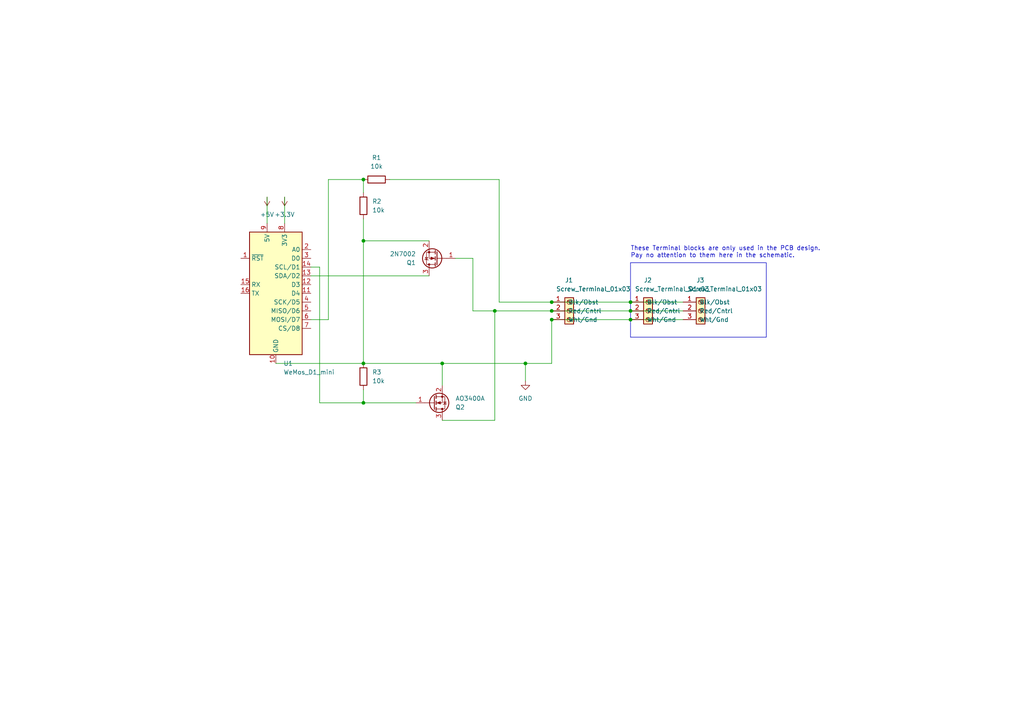
<source format=kicad_sch>
(kicad_sch (version 20230121) (generator eeschema)
  (paper "A4")
  (lib_symbols
    (symbol "Connector:Screw_Terminal_01x03" (pin_names (offset 1.016))
      (property "Reference" "J1" (at 2.54 1.27 0))
      (property "Value" "Screw_Terminal_01x03" (at 2.54 -1.27 0))
      (symbol "Screw_Terminal_01x03_1_1"
        (rectangle (start -1.27 3.81) (end 1.27 -3.81) (stroke (width 0.254)) (fill (type background)))
        (circle (center 0 -2.54) (radius 0.635) (stroke (width 0.1524)))
        (polyline (pts (xy -0.5334 -2.2098) (xy 0.3302 -3.048)) (stroke (width 0.1524)))
        (polyline (pts (xy -0.5334 0.3302) (xy 0.3302 -0.508)) (stroke (width 0.1524)))
        (polyline (pts (xy -0.5334 2.8702) (xy 0.3302 2.032)) (stroke (width 0.1524)))
        (polyline (pts (xy -0.3556 -2.032) (xy 0.508 -2.8702)) (stroke (width 0.1524)))
        (polyline (pts (xy -0.3556 0.508) (xy 0.508 -0.3302)) (stroke (width 0.1524)))
        (polyline (pts (xy -0.3556 3.048) (xy 0.508 2.2098)) (stroke (width 0.1524)))
        (circle (center 0 0) (radius 0.635) (stroke (width 0.1524)))
        (circle (center 0 2.54) (radius 0.635) (stroke (width 0.1524)))
        (pin passive line (at -5.08 2.54 0) (length 3.81) (name "Blk/Obst") (number "1"))
        (pin passive line (at -5.08 0 0) (length 3.81) (name "Red/Cntrl") (number "2"))
        (pin passive line (at -5.08 -2.54 0) (length 3.81) (name "Wht/Gnd") (number "3"))
      )
    )
    (symbol "Device:R" (pin_numbers hide) (pin_names (offset 0))
      (property "Reference" "R" (at 2.032 0 90))
      (property "Value" "R" (at 0 0 90))
      (symbol "R_0_1"
        (rectangle (start -1.016 -2.54) (end 1.016 2.54) (stroke (width 0.254)))
      )
      (symbol "R_1_1"
        (pin passive line (at 0 3.81 270) (length 1.27) (name "~") (number "1"))
        (pin passive line (at 0 -3.81 90) (length 1.27) (name "~") (number "2"))
      )
    )
    (symbol "MCU_Module:WeMos_D1_mini"
      (property "Reference" "U" (at 3.81 19.05 0))
      (property "Value" "WeMos_D1_mini" (at 1.27 -19.05 0))
      (symbol "WeMos_D1_mini_1_1"
        (rectangle (start -7.62 17.78) (end 7.62 -17.78) (stroke (width 0.254)) (fill (type background)))
        (pin input line (at -10.16 10.16 0) (length 2.54) (name "~{RST}") (number "1"))
        (pin power_in line (at 0 -20.32 90) (length 2.54) (name "GND") (number "10"))
        (pin bidirectional line (at 10.16 0 180) (length 2.54) (name "D4") (number "11"))
        (pin bidirectional line (at 10.16 2.54 180) (length 2.54) (name "D3") (number "12"))
        (pin bidirectional line (at 10.16 5.08 180) (length 2.54) (name "SDA/D2") (number "13"))
        (pin bidirectional line (at 10.16 7.62 180) (length 2.54) (name "SCL/D1") (number "14"))
        (pin input line (at -10.16 2.54 0) (length 2.54) (name "RX") (number "15"))
        (pin output line (at -10.16 0 0) (length 2.54) (name "TX") (number "16"))
        (pin input line (at 10.16 12.7 180) (length 2.54) (name "A0") (number "2"))
        (pin bidirectional line (at 10.16 10.16 180) (length 2.54) (name "D0") (number "3"))
        (pin bidirectional line (at 10.16 -2.54 180) (length 2.54) (name "SCK/D5") (number "4"))
        (pin bidirectional line (at 10.16 -5.08 180) (length 2.54) (name "MISO/D6") (number "5"))
        (pin bidirectional line (at 10.16 -7.62 180) (length 2.54) (name "MOSI/D7") (number "6"))
        (pin bidirectional line (at 10.16 -10.16 180) (length 2.54) (name "CS/D8") (number "7"))
        (pin power_out line (at 2.54 20.32 270) (length 2.54) (name "3V3") (number "8"))
        (pin power_in line (at -2.54 20.32 270) (length 2.54) (name "5V") (number "9"))
      )
    )
    (symbol "Transistor_FET:2N7002" (pin_names hide)
      (property "Reference" "Q" (at 5.08 1.905 0))
      (property "Value" "2N7002" (at 5.08 0 0))
      (symbol "2N7002_0_1"
        (polyline (pts (xy 0.254 0) (xy -2.54 0)))
        (polyline (pts (xy 0.254 1.905) (xy 0.254 -1.905)) (stroke (width 0.254)))
        (polyline (pts (xy 0.762 -1.27) (xy 0.762 -2.286)) (stroke (width 0.254)))
        (polyline (pts (xy 0.762 0.508) (xy 0.762 -0.508)) (stroke (width 0.254)))
        (polyline (pts (xy 0.762 2.286) (xy 0.762 1.27)) (stroke (width 0.254)))
        (polyline (pts (xy 2.54 2.54) (xy 2.54 1.778)))
        (polyline (pts (xy 2.54 -2.54) (xy 2.54 0) (xy 0.762 0)))
        (polyline (pts (xy 0.762 -1.778) (xy 3.302 -1.778) (xy 3.302 1.778) (xy 0.762 1.778)))
        (polyline (pts (xy 1.016 0) (xy 2.032 0.381) (xy 2.032 -0.381) (xy 1.016 0)) (fill (type outline)))
        (polyline (pts (xy 2.794 0.508) (xy 2.921 0.381) (xy 3.683 0.381) (xy 3.81 0.254)))
        (polyline (pts (xy 3.302 0.381) (xy 2.921 -0.254) (xy 3.683 -0.254) (xy 3.302 0.381)))
        (circle (center 1.651 0) (radius 2.794) (stroke (width 0.254)))
        (circle (center 2.54 -1.778) (radius 0.254) (fill (type outline)))
        (circle (center 2.54 1.778) (radius 0.254) (fill (type outline)))
      )
      (symbol "2N7002_1_1"
        (pin input line (at -5.08 0 0) (length 2.54) (name "G") (number "1"))
        (pin passive line (at 2.54 -5.08 90) (length 2.54) (name "S") (number "2"))
        (pin passive line (at 2.54 5.08 270) (length 2.54) (name "D") (number "3"))
      )
    )
    (symbol "Transistor_FET:AO3400A" (pin_names hide)
      (property "Reference" "Q" (at 5.08 1.905 0))
      (property "Value" "AO3400A" (at 5.08 0 0))
      (symbol "AO3400A_0_1"
        (polyline (pts (xy 0.254 0) (xy -2.54 0)))
        (polyline (pts (xy 0.254 1.905) (xy 0.254 -1.905)) (stroke (width 0.254)))
        (polyline (pts (xy 0.762 -1.27) (xy 0.762 -2.286)) (stroke (width 0.254)))
        (polyline (pts (xy 0.762 0.508) (xy 0.762 -0.508)) (stroke (width 0.254)))
        (polyline (pts (xy 0.762 2.286) (xy 0.762 1.27)) (stroke (width 0.254)))
        (polyline (pts (xy 2.54 2.54) (xy 2.54 1.778)))
        (polyline (pts (xy 2.54 -2.54) (xy 2.54 0) (xy 0.762 0)))
        (polyline (pts (xy 0.762 -1.778) (xy 3.302 -1.778) (xy 3.302 1.778) (xy 0.762 1.778)))
        (polyline (pts (xy 1.016 0) (xy 2.032 0.381) (xy 2.032 -0.381) (xy 1.016 0)) (fill (type outline)))
        (polyline (pts (xy 2.794 0.508) (xy 2.921 0.381) (xy 3.683 0.381) (xy 3.81 0.254)))
        (polyline (pts (xy 3.302 0.381) (xy 2.921 -0.254) (xy 3.683 -0.254) (xy 3.302 0.381)))
        (circle (center 1.651 0) (radius 2.794) (stroke (width 0.254)))
        (circle (center 2.54 -1.778) (radius 0.254) (fill (type outline)))
        (circle (center 2.54 1.778) (radius 0.254) (fill (type outline)))
      )
      (symbol "AO3400A_1_1"
        (pin input line (at -5.08 0 0) (length 2.54) (name "G") (number "1"))
        (pin passive line (at 2.54 -5.08 90) (length 2.54) (name "S") (number "2"))
        (pin passive line (at 2.54 5.08 270) (length 2.54) (name "D") (number "3"))
      )
    )
    (symbol "power:+3.3V" (power) (pin_names (offset 0))
      (property "Value" "+3.3V" (at 0 3.556 0))
      (symbol "+3.3V_0_1"
        (polyline (pts (xy -0.762 1.27) (xy 0 2.54)))
        (polyline (pts (xy 0 0) (xy 0 2.54)))
        (polyline (pts (xy 0 2.54) (xy 0.762 1.27)))
      )
      (symbol "+3.3V_1_1"
        (pin power_in line (at 0 0 90) (length 0) hide (name "+3.3V") (number "1"))
      )
    )
    (symbol "power:+5V" (power) (pin_names (offset 0))
      (property "Value" "+5V" (at 0 3.556 0))
      (symbol "+5V_0_1"
        (polyline (pts (xy -0.762 1.27) (xy 0 2.54)))
        (polyline (pts (xy 0 0) (xy 0 2.54)))
        (polyline (pts (xy 0 2.54) (xy 0.762 1.27)))
      )
      (symbol "+5V_1_1"
        (pin power_in line (at 0 0 90) (length 0) hide (name "+5V") (number "1"))
      )
    )
    (symbol "power:GND" (power) (pin_names (offset 0))
      (property "Value" "GND" (at 0 -3.81 0))
      (symbol "GND_0_1"
        (polyline (pts (xy 0 0) (xy 0 -1.27) (xy 1.27 -1.27) (xy 0 -2.54) (xy -1.27 -1.27) (xy 0 -1.27)))
      )
      (symbol "GND_1_1"
        (pin power_in line (at 0 0 270) (length 0) hide (name "GND") (number "1"))
      )
    )
  )
  (junction (at 160.02 87.63))
  (junction (at 182.88 87.63))
  (junction (at 152.4 105.41))
  (junction (at 160.02 92.71))
  (junction (at 105.41 105.41))
  (junction (at 160.02 90.17))
  (junction (at 128.27 105.41))
  (junction (at 182.88 92.71))
  (junction (at 182.88 90.17))
  (junction (at 105.41 69.85))
  (junction (at 105.41 52.07))
  (junction (at 143.51 90.17))
  (junction (at 105.41 116.84))
  (wire (pts (xy 182.88 87.63) (xy 198.12 87.63)))
  (wire (pts (xy 128.27 121.92) (xy 143.51 121.92)))
  (wire (pts (xy 137.16 90.17) (xy 137.16 74.93)))
  (wire (pts (xy 132.08 74.93) (xy 137.16 74.93)))
  (polyline (pts (xy 182.88 76.2) (xy 222.25 76.2)))
  (wire (pts (xy 143.51 90.17) (xy 137.16 90.17)))
  (wire (pts (xy 143.51 90.17) (xy 143.51 121.92)))
  (wire (pts (xy 105.41 105.41) (xy 128.27 105.41)))
  (wire (pts (xy 160.02 90.17) (xy 182.88 90.17)))
  (wire (pts (xy 113.03 52.07) (xy 144.78 52.07)))
  (polyline (pts (xy 182.88 97.79) (xy 222.25 97.79)))
  (wire (pts (xy 90.17 80.01) (xy 124.46 80.01)))
  (wire (pts (xy 144.78 52.07) (xy 144.78 87.63)))
  (wire (pts (xy 105.41 63.5) (xy 105.41 69.85)))
  (wire (pts (xy 160.02 87.63) (xy 182.88 87.63)))
  (wire (pts (xy 105.41 52.07) (xy 95.25 52.07)))
  (wire (pts (xy 152.4 105.41) (xy 128.27 105.41)))
  (wire (pts (xy 160.02 92.71) (xy 160.02 105.41)))
  (wire (pts (xy 128.27 105.41) (xy 128.27 111.76)))
  (polyline (pts (xy 222.25 97.79) (xy 222.25 76.2)))
  (wire (pts (xy 92.71 77.47) (xy 92.71 116.84)))
  (wire (pts (xy 160.02 92.71) (xy 182.88 92.71)))
  (wire (pts (xy 152.4 105.41) (xy 152.4 110.49)))
  (wire (pts (xy 92.71 116.84) (xy 105.41 116.84)))
  (wire (pts (xy 90.17 77.47) (xy 92.71 77.47)))
  (wire (pts (xy 120.65 116.84) (xy 105.41 116.84)))
  (wire (pts (xy 77.47 57.15) (xy 77.47 64.77)))
  (wire (pts (xy 182.88 92.71) (xy 198.12 92.71)))
  (wire (pts (xy 105.41 69.85) (xy 124.46 69.85)))
  (wire (pts (xy 182.88 90.17) (xy 198.12 90.17)))
  (polyline (pts (xy 182.88 76.2) (xy 182.88 97.79)))
  (wire (pts (xy 82.55 57.15) (xy 82.55 64.77)))
  (wire (pts (xy 105.41 116.84) (xy 105.41 113.03)))
  (wire (pts (xy 143.51 90.17) (xy 160.02 90.17)))
  (wire (pts (xy 105.41 69.85) (xy 105.41 105.41)))
  (wire (pts (xy 80.01 105.41) (xy 105.41 105.41)))
  (wire (pts (xy 144.78 87.63) (xy 160.02 87.63)))
  (wire (pts (xy 90.17 92.71) (xy 95.25 92.71)))
  (wire (pts (xy 95.25 52.07) (xy 95.25 92.71)))
  (wire (pts (xy 160.02 105.41) (xy 152.4 105.41)))
  (wire (pts (xy 105.41 52.07) (xy 105.41 55.88)))
  (text "These Terminal blocks are only used in the PCB design.\nPay no attention to them here in the schematic." (at 182.88 74.93 0) (effects (font (size 1.27 1.27)) (justify left bottom)))
  (symbol (lib_id "power:+5V") (at 77.47 57.15 0) (mirror x) (unit 1)
    (property "Reference" "#PWR03" (effects hide))
    (property "Value" "+5V" (at 77.47 62.23 0))
  )
  (symbol (lib_id "Device:R") (at 105.41 109.22 0) (unit 1)
    (property "Reference" "R3" (at 107.95 107.95 0) (effects (justify left)))
    (property "Value" "10k" (at 107.95 110.49 0) (effects (justify left)))
    (property "Footprint" "Resistor_SMD:R_0805_2012Metric" (effects hide))
  )
  (symbol (lib_id "MCU_Module:WeMos_D1_mini") (at 80.01 85.09 0) (unit 1)
    (property "Reference" "U1" (at 82.2041 105.41 0) (effects (justify left)))
    (property "Value" "WeMos_D1_mini" (at 82.2041 107.95 0) (effects (justify left)))
    (property "Footprint" "Module:WEMOS_D1_mini_light" (effects hide))
    (property "Datasheet" "https://wiki.wemos.cc/products:d1:d1_mini#documentation" (effects hide))
  )
  (symbol (lib_id "Connector:Screw_Terminal_01x03") (at 165.1 90.17 0) (unit 1)
    (property "Reference" "J1" (at 163.83 81.28 0) (effects (justify left)))
    (property "Value" "Screw_Terminal_01x03" (at 161.29 83.82 0) (effects (justify left)))
    (property "Footprint" "TerminalBlock_Phoenix:TerminalBlock_Phoenix_MKDS-1,5-3_1x03_P5.00mm_Horizontal" (effects hide))
  )
  (symbol (lib_id "Connector:Screw_Terminal_01x03") (at 203.2 90.17 0) (unit 1)
    (property "Reference" "J3" (at 201.93 81.28 0) (effects (justify left)))
    (property "Value" "Screw_Terminal_01x03" (at 199.39 83.82 0) (effects (justify left)))
    (property "Footprint" "Connector_PinSocket_2.54mm:PinSocket_1x03_P2.54mm_Vertical" (effects hide))
  )
  (symbol (lib_id "Device:R") (at 105.41 59.69 0) (unit 1)
    (property "Reference" "R2" (at 107.95 58.42 0) (effects (justify left)))
    (property "Value" "10k" (at 107.95 60.96 0) (effects (justify left)))
    (property "Footprint" "Resistor_SMD:R_0805_2012Metric" (effects hide))
  )
  (symbol (lib_id "power:GND") (at 152.4 110.49 0) (unit 1)
    (property "Reference" "#PWR01" (effects hide))
    (property "Value" "GND" (at 152.4 115.57 0))
  )
  (symbol (lib_id "Transistor_FET:AO3400A") (at 125.73 116.84 0) (mirror x) (unit 1)
    (property "Reference" "Q2" (at 132.08 118.11 0) (effects (justify left)))
    (property "Value" "AO3400A" (at 132.08 115.57 0) (effects (justify left)))
    (property "Footprint" "Package_TO_SOT_SMD:SOT-23" (effects hide))
    (property "Datasheet" "http://www.aosmd.com/pdfs/datasheet/AO3400A.pdf" (effects hide))
  )
  (symbol (lib_id "Connector:Screw_Terminal_01x03") (at 187.96 90.17 0) (unit 1)
    (property "Reference" "J2" (at 186.69 81.28 0) (effects (justify left)))
    (property "Value" "Screw_Terminal_01x03" (at 184.15 83.82 0) (effects (justify left)))
    (property "Footprint" "Connector_Phoenix_MC:PhoenixContact_MCV_1,5_3-G-3.5_1x03_P3.50mm_Vertical" (effects hide))
  )
  (symbol (lib_id "Device:R") (at 109.22 52.07 270) (unit 1)
    (property "Reference" "R1" (at 109.22 45.72 90))
    (property "Value" "10k" (at 109.22 48.26 90))
    (property "Footprint" "Resistor_SMD:R_0805_2012Metric" (effects hide))
  )
  (symbol (lib_id "Transistor_FET:2N7002") (at 127 74.93 180) (unit 1)
    (property "Reference" "Q1" (at 120.65 76.2 0) (effects (justify left)))
    (property "Value" "2N7002" (at 120.65 73.66 0) (effects (justify left)))
    (property "Footprint" "Package_TO_SOT_SMD:SOT-23" (effects hide))
    (property "Datasheet" "https://www.onsemi.com/pub/Collateral/NDS7002A-D.PDF" (effects hide))
  )
  (symbol (lib_id "power:+3.3V") (at 82.55 57.15 0) (mirror x) (unit 1)
    (property "Reference" "#PWR02" (effects hide))
    (property "Value" "+3.3V" (at 82.55 62.23 0))
  )
)
</source>
